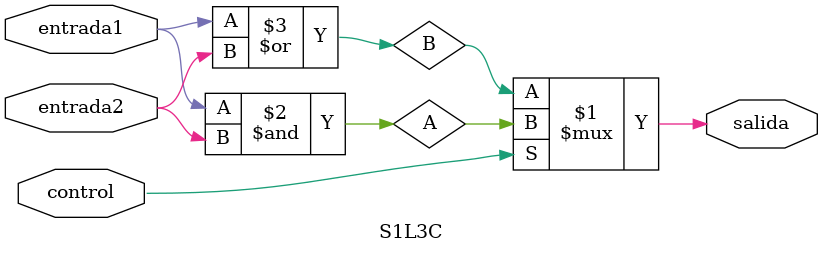
<source format=v>
module S1L3C(entrada1, entrada2, control, salida);

	input entrada1, entrada2, control;
	output salida;
	
	wire A;
	wire B;


	assign salida = (control) ? A : B;
	assign A = entrada1 & entrada2;
	assign B = entrada1 | entrada2;
	
endmodule

</source>
